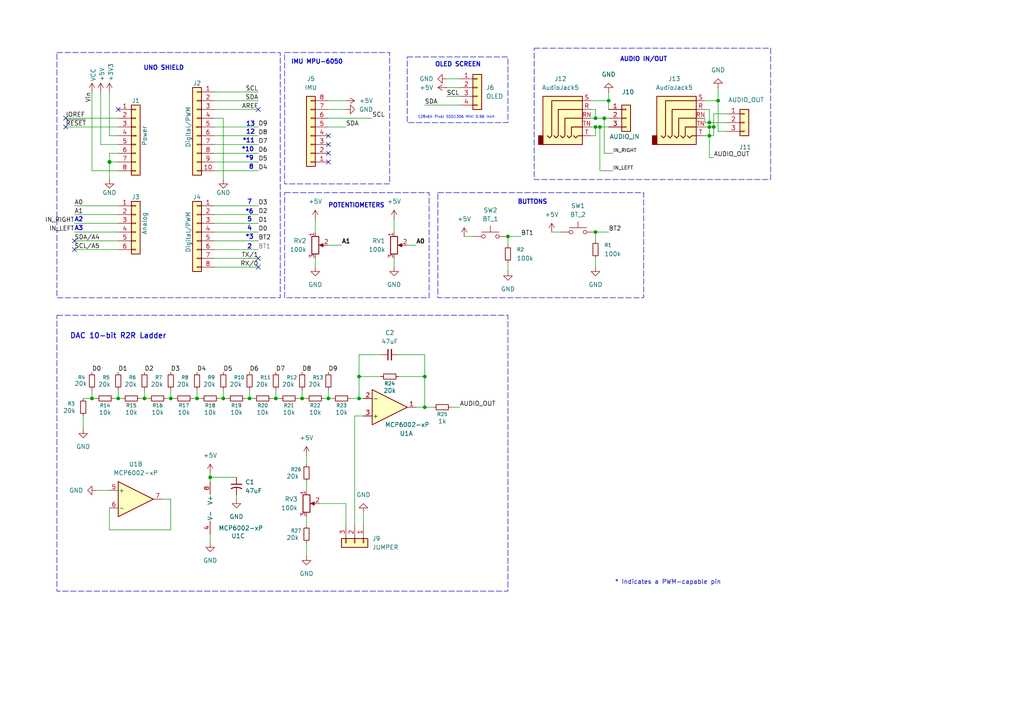
<source format=kicad_sch>
(kicad_sch (version 20250114) (generator "eeschema") (generator_version "9.0")
  (paper "A4")
  (title_block (title "Uno Shield DSP") (date "2026-01-28") (rev "Version 1.0") (company "DU"))
  (lib_symbols
    (symbol "Amplifier_Operational:MCP6002-xP" (pin_names (offset 0.127))
      (property "Reference" "U1" (at 0 10.16 0))
      (property "Value" "MCP6002-xP" (at 0 7.62 0))
      (symbol "MCP6002-xP_1_1"
        (pin input line (at -7.62 2.54 0) (length 2.54) (name "-") (number "2"))
        (pin input line (at -7.62 -2.54 0) (length 2.54) (name "+") (number "3"))
        (pin output line (at 7.62 0 180) (length 2.54) (name "~") (number "1"))
      )
      (symbol "MCP6002-xP_2_1"
        (pin input line (at -7.62 2.54 0) (length 2.54) (name "+") (number "5"))
        (pin input line (at -7.62 -2.54 0) (length 2.54) (name "-") (number "6"))
        (pin output line (at 7.62 0 180) (length 2.54) (name "~") (number "7"))
      )
      (symbol "MCP6002-xP_3_1"
        (pin power_in line (at -2.54 7.62 270) (length 3.81) (name "V+") (number "8"))
        (pin power_in line (at -2.54 -7.62 90) (length 3.81) (name "V-") (number "4"))
      )
    )
    (symbol "AudioJack5_1"
      (property "Reference" "J12" (at -3.81 11.43 0))
      (property "Value" "AudioJack5" (at -3.81 8.89 0))
      (symbol "AudioJack5_1_1_1"
        (pin passive line (at 5.08 5.08 180) (length 2.54) (name "~") (number "S"))
        (pin passive line (at 5.08 2.54 180) (length 2.54) (name "~") (number "R"))
        (pin passive line (at 5.08 0 180) (length 2.54) (name "~") (number "RN"))
        (pin passive line (at 5.08 -2.54 180) (length 2.54) (name "~") (number "TN"))
        (pin passive line (at 5.08 -5.08 180) (length 2.54) (name "~") (number "T"))
      )
    )
    (symbol "Connector_Audio:AudioJack5"
      (property "Reference" "J13" (at -3.81 11.43 0))
      (property "Value" "AudioJack5" (at -3.81 8.89 0))
      (symbol "AudioJack5_1_1"
        (pin passive line (at 5.08 5.08 180) (length 2.54) (name "~") (number "S"))
        (pin passive line (at 5.08 2.54 180) (length 2.54) (name "~") (number "R"))
        (pin passive line (at 5.08 0 180) (length 2.54) (name "~") (number "RN"))
        (pin passive line (at 5.08 -2.54 180) (length 2.54) (name "~") (number "TN"))
        (pin passive line (at 5.08 -5.08 180) (length 2.54) (name "~") (number "T"))
      )
    )
    (symbol "Connector_Generic:Conn_01x03" (pin_names (offset 1.016) (hide yes))
      (property "Reference" "J" (at 0 5.08 0))
      (property "Value" "Conn_01x03" (at 0 -5.08 0))
      (symbol "Conn_01x03_1_1"
        (pin passive line (at -5.08 2.54 0) (length 3.81) (name "Pin_1") (number "1"))
        (pin passive line (at -5.08 0 0) (length 3.81) (name "Pin_2") (number "2"))
        (pin passive line (at -5.08 -2.54 0) (length 3.81) (name "Pin_3") (number "3"))
      )
    )
    (symbol "Connector_Generic:Conn_01x04" (pin_names (offset 1.016) (hide yes))
      (property "Reference" "J" (at 0 5.08 0))
      (property "Value" "Conn_01x04" (at 0 -7.62 0))
      (symbol "Conn_01x04_1_1"
        (pin passive line (at -5.08 2.54 0) (length 3.81) (name "Pin_1") (number "1"))
        (pin passive line (at -5.08 0 0) (length 3.81) (name "Pin_2") (number "2"))
        (pin passive line (at -5.08 -2.54 0) (length 3.81) (name "Pin_3") (number "3"))
        (pin passive line (at -5.08 -5.08 0) (length 3.81) (name "Pin_4") (number "4"))
      )
    )
    (symbol "Connector_Generic:Conn_01x06" (pin_names (offset 1.016) (hide yes))
      (property "Reference" "J" (at 0 7.62 0))
      (property "Value" "Conn_01x06" (at 0 -10.16 0))
      (symbol "Conn_01x06_1_1"
        (pin passive line (at -5.08 5.08 0) (length 3.81) (name "Pin_1") (number "1"))
        (pin passive line (at -5.08 2.54 0) (length 3.81) (name "Pin_2") (number "2"))
        (pin passive line (at -5.08 0 0) (length 3.81) (name "Pin_3") (number "3"))
        (pin passive line (at -5.08 -2.54 0) (length 3.81) (name "Pin_4") (number "4"))
        (pin passive line (at -5.08 -5.08 0) (length 3.81) (name "Pin_5") (number "5"))
        (pin passive line (at -5.08 -7.62 0) (length 3.81) (name "Pin_6") (number "6"))
      )
    )
    (symbol "Connector_Generic:Conn_01x08" (pin_names (offset 1.016) (hide yes))
      (property "Reference" "J" (at 0 10.16 0))
      (property "Value" "Conn_01x08" (at 0 -12.7 0))
      (symbol "Conn_01x08_1_1"
        (pin passive line (at -5.08 7.62 0) (length 3.81) (name "Pin_1") (number "1"))
        (pin passive line (at -5.08 5.08 0) (length 3.81) (name "Pin_2") (number "2"))
        (pin passive line (at -5.08 2.54 0) (length 3.81) (name "Pin_3") (number "3"))
        (pin passive line (at -5.08 0 0) (length 3.81) (name "Pin_4") (number "4"))
        (pin passive line (at -5.08 -2.54 0) (length 3.81) (name "Pin_5") (number "5"))
        (pin passive line (at -5.08 -5.08 0) (length 3.81) (name "Pin_6") (number "6"))
        (pin passive line (at -5.08 -7.62 0) (length 3.81) (name "Pin_7") (number "7"))
        (pin passive line (at -5.08 -10.16 0) (length 3.81) (name "Pin_8") (number "8"))
      )
    )
    (symbol "Connector_Generic:Conn_01x10" (pin_names (offset 1.016) (hide yes))
      (property "Reference" "J" (at 0 12.7 0))
      (property "Value" "Conn_01x10" (at 0 -15.24 0))
      (symbol "Conn_01x10_1_1"
        (pin passive line (at -5.08 10.16 0) (length 3.81) (name "Pin_1") (number "1"))
        (pin passive line (at -5.08 7.62 0) (length 3.81) (name "Pin_2") (number "2"))
        (pin passive line (at -5.08 5.08 0) (length 3.81) (name "Pin_3") (number "3"))
        (pin passive line (at -5.08 2.54 0) (length 3.81) (name "Pin_4") (number "4"))
        (pin passive line (at -5.08 0 0) (length 3.81) (name "Pin_5") (number "5"))
        (pin passive line (at -5.08 -2.54 0) (length 3.81) (name "Pin_6") (number "6"))
        (pin passive line (at -5.08 -5.08 0) (length 3.81) (name "Pin_7") (number "7"))
        (pin passive line (at -5.08 -7.62 0) (length 3.81) (name "Pin_8") (number "8"))
        (pin passive line (at -5.08 -10.16 0) (length 3.81) (name "Pin_9") (number "9"))
        (pin passive line (at -5.08 -12.7 0) (length 3.81) (name "Pin_10") (number "10"))
      )
    )
    (symbol "Device:C_Small" (pin_numbers (hide yes)) (pin_names (offset 0.254) (hide yes))
      (property "Reference" "C" (at 0.254 1.778 0))
      (property "Value" "C_Small" (at 0.254 -2.032 0))
      (symbol "C_Small_1_1"
        (pin passive line (at 0 2.54 270) (length 2.032) (name "~") (number "1"))
        (pin passive line (at 0 -2.54 90) (length 2.032) (name "~") (number "2"))
      )
    )
    (symbol "Device:C_Small_US" (pin_numbers (hide yes)) (pin_names (offset 0.254) (hide yes))
      (property "Reference" "C" (at 0.254 1.778 0))
      (property "Value" "C_Small_US" (at 0.254 -2.032 0))
      (symbol "C_Small_US_1_1"
        (pin passive line (at 0 2.54 270) (length 2.032) (name "~") (number "1"))
        (pin passive line (at 0 -2.54 90) (length 2.032) (name "~") (number "2"))
      )
    )
    (symbol "Device:R_Potentiometer" (pin_names (offset 1.016) (hide yes))
      (property "Reference" "RV" (at -4.445 0 90))
      (property "Value" "R_Potentiometer" (at -2.54 0 90))
      (symbol "R_Potentiometer_1_1"
        (pin passive line (at 0 3.81 270) (length 1.27) (name "1") (number "1"))
        (pin passive line (at 0 -3.81 90) (length 1.27) (name "3") (number "3"))
        (pin passive line (at 3.81 0 180) (length 1.27) (name "2") (number "2"))
      )
    )
    (symbol "Device:R_Small" (pin_numbers (hide yes)) (pin_names (offset 0.254) (hide yes))
      (property "Reference" "R" (at 0 0 90))
      (property "Value" "R_Small" (at 1.778 0 90))
      (symbol "R_Small_1_1"
        (pin passive line (at 0 2.54 270) (length 0.762) (name "~") (number "1"))
        (pin passive line (at 0 -2.54 90) (length 0.762) (name "~") (number "2"))
      )
    )
    (symbol "MCP6002-xP_1" (pin_names (offset 0.127))
      (property "Reference" "U1" (at 0 10.16 0))
      (property "Value" "MCP6002-xP" (at 0 7.62 0))
      (symbol "MCP6002-xP_1_1_1"
        (pin input line (at -7.62 2.54 0) (length 2.54) (name "-") (number "2"))
        (pin input line (at -7.62 -2.54 0) (length 2.54) (name "+") (number "3"))
        (pin output line (at 7.62 0 180) (length 2.54) (name "~") (number "1"))
      )
      (symbol "MCP6002-xP_1_2_1"
        (pin input line (at -7.62 2.54 0) (length 2.54) (name "+") (number "5"))
        (pin input line (at -7.62 -2.54 0) (length 2.54) (name "-") (number "6"))
        (pin output line (at 7.62 0 180) (length 2.54) (name "~") (number "7"))
      )
      (symbol "MCP6002-xP_1_3_1"
        (pin power_in line (at -2.54 7.62 270) (length 3.81) (name "V+") (number "8"))
        (pin power_in line (at -2.54 -7.62 90) (length 3.81) (name "V-") (number "4"))
      )
    )
    (symbol "MCP6002-xP_2" (pin_names (offset 0.127))
      (property "Reference" "U1" (at 0 10.16 0))
      (property "Value" "MCP6002-xP" (at 0 7.62 0))
      (symbol "MCP6002-xP_2_1_1"
        (pin input line (at -7.62 2.54 0) (length 2.54) (name "-") (number "2"))
        (pin input line (at -7.62 -2.54 0) (length 2.54) (name "+") (number "3"))
        (pin output line (at 7.62 0 180) (length 2.54) (name "~") (number "1"))
      )
      (symbol "MCP6002-xP_2_2_1"
        (pin input line (at -7.62 2.54 0) (length 2.54) (name "+") (number "5"))
        (pin input line (at -7.62 -2.54 0) (length 2.54) (name "-") (number "6"))
        (pin output line (at 7.62 0 180) (length 2.54) (name "~") (number "7"))
      )
      (symbol "MCP6002-xP_2_3_1"
        (pin power_in line (at -2.54 7.62 270) (length 3.81) (name "V+") (number "8"))
        (pin power_in line (at -2.54 -7.62 90) (length 3.81) (name "V-") (number "4"))
      )
    )
    (symbol "Switch:SW_Push" (pin_numbers (hide yes)) (pin_names (offset 1.016) (hide yes))
      (property "Reference" "SW" (at 1.27 2.54 0))
      (property "Value" "SW_Push" (at 0 -1.524 0))
      (symbol "SW_Push_0_1"
        (pin passive line (at -5.08 0 0) (length 2.54) (name "1") (number "1"))
        (pin passive line (at 5.08 0 180) (length 2.54) (name "2") (number "2"))
      )
    )
    (symbol "power:+3V3" (power) (pin_numbers (hide yes)) (pin_names (offset 0) (hide yes))
      (property "Value" "+3V3" (at 0 3.556 0))
      (symbol "+3V3_1_1"
        (pin power_in line (at 0 0 90) (length 0) (name "~") (number "1"))
      )
    )
    (symbol "power:+5V" (power) (pin_numbers (hide yes)) (pin_names (offset 0) (hide yes))
      (property "Value" "+5V" (at 0 3.556 0))
      (symbol "+5V_1_1"
        (pin power_in line (at 0 0 90) (length 0) (name "~") (number "1"))
      )
    )
    (symbol "power:GND" (power) (pin_numbers (hide yes)) (pin_names (offset 0) (hide yes))
      (property "Value" "GND" (at 0 -3.81 0))
      (symbol "GND_1_1"
        (pin power_in line (at 0 0 270) (length 0) (name "~") (number "1"))
      )
    )
    (symbol "power:VCC" (power) (pin_numbers (hide yes)) (pin_names (offset 0) (hide yes))
      (property "Value" "VCC" (at 0 3.556 0))
      (symbol "VCC_1_1"
        (pin power_in line (at 0 0 90) (length 0) (name "~") (number "1"))
      )
    )
  )
  (rectangle (start 16.51 15.24) (end 81.28 86.36) (stroke (width 0) (type dash)))
  (rectangle (start 16.51 91.44) (end 147.32 171.45) (stroke (width 0) (type dash)))
  (rectangle (start 82.55 15.24) (end 113.03 53.34) (stroke (width 0) (type dash)))
  (rectangle (start 118.11 16.51) (end 147.32 35.56) (stroke (width 0) (type dash)))
  (rectangle (start 154.94 13.97) (end 223.52 52.07) (stroke (width 0) (type dash)))
  (rectangle (start 41.91 15.24) (end 41.91 15.24))
  (rectangle (start 82.55 55.88) (end 124.46 86.36) (stroke (width 0) (type dash)))
  (rectangle (start 48.26 15.24) (end 48.26 15.24))
  (rectangle (start 127 55.88) (end 186.69 86.36) (stroke (width 0) (type dash)))
  (text "5" (at 72.39 63.754 0) (effects (font (size 1.27 1.27) (thickness 0.254) (bold yes))))
  (text "AUDIO IN/OUT" (at 186.69 17.272 0) (effects (font (size 1.27 1.27) (thickness 0.254) (bold yes))))
  (text "12" (at 72.644 38.354 0) (effects (font (size 1.27 1.27) (thickness 0.254) (bold yes))))
  (text "DAC 10-bit R2R Ladder" (at 34.29 97.536 0) (effects (font (size 1.524 1.524) (thickness 0.254) (bold yes))))
  (text "IMU MPU-6050" (at 91.948 18.034 0) (effects (font (size 1.27 1.27) (thickness 0.254) (bold yes))))
  (text "*11" (at 72.136 40.894 0) (effects (font (size 1.27 1.27) (thickness 0.254) (bold yes))))
  (text "A3" (at 22.86 66.294 0) (effects (font (size 1.27 1.27) (thickness 0.254) (bold yes))))
  (text "*10" (at 71.882 43.434 0) (effects (font (size 1.27 1.27) (thickness 0.254) (bold yes))))
  (text "POTENTIOMETERS" (at 103.378 59.69 0) (effects (font (size 1.27 1.27) (thickness 0.254) (bold yes))))
  (text "*6" (at 72.347 61.468 0) (effects (font (size 1.27 1.27) (thickness 0.254) (bold yes))))
  (text "128x64 Pixel SSD1306 Mini 0.96 Inch" (at 132.334 34.036 0) (effects (font (size 0.762 0.762) (thickness 0.0953))))
  (text "13" (at 72.644 36.068 0) (effects (font (size 1.27 1.27) (thickness 0.254) (bold yes))))
  (text "*9" (at 72.39 45.974 0) (effects (font (size 1.27 1.27) (thickness 0.254) (bold yes))))
  (text "A2" (at 22.86 63.754 0) (effects (font (size 1.27 1.27) (thickness 0.254) (bold yes))))
  (text "2" (at 72.39 71.628 0) (effects (font (size 1.27 1.27) (thickness 0.254) (bold yes))))
  (text "4" (at 72.39 66.294 0) (effects (font (size 1.27 1.27) (thickness 0.254) (bold yes))))
  (text "* Indicates a PWM-capable pin" (at 178.308 169.672 0) (effects (font (size 1.27 1.27)) (justify left bottom)))
  (text "7" (at 72.39 58.674 0) (effects (font (size 1.27 1.27) (thickness 0.254) (bold yes))))
  (text "OLED SCREEN" (at 132.842 18.796 0) (effects (font (size 1.27 1.27) (thickness 0.254) (bold yes))))
  (text "BUTTONS" (at 154.432 58.674 0) (effects (font (size 1.27 1.27) (thickness 0.254) (bold yes))))
  (text "UNO SHIELD" (at 47.498 19.812 0) (effects (font (size 1.27 1.27) (thickness 0.254) (bold yes))))
  (text "*3" (at 72.39 68.834 0) (effects (font (size 1.27 1.27) (thickness 0.254) (bold yes))))
  (text "8" (at 72.898 48.514 0) (effects (font (size 1.27 1.27) (thickness 0.254) (bold yes))))
  (junction (at 147.32 68.58))
  (junction (at 34.29 115.57))
  (junction (at 123.19 118.11))
  (junction (at 57.15 115.57))
  (junction (at 60.96 138.43))
  (junction (at 172.72 36.83))
  (junction (at 31.75 46.99) (diameter 1.016))
  (junction (at 72.39 115.57))
  (junction (at 176.53 29.21))
  (junction (at 205.74 39.37))
  (junction (at 207.01 36.83))
  (junction (at 104.14 109.22))
  (junction (at 64.77 115.57))
  (junction (at 41.91 115.57))
  (junction (at 87.63 115.57))
  (junction (at 205.74 35.56))
  (junction (at 49.53 115.57))
  (junction (at 205.74 36.83))
  (junction (at 172.72 34.29))
  (junction (at 173.99 36.83))
  (junction (at 104.14 115.57))
  (junction (at 208.28 29.21))
  (junction (at 80.01 115.57))
  (junction (at 175.26 34.29))
  (junction (at 123.19 109.22))
  (junction (at 26.67 115.57))
  (junction (at 95.25 115.57))
  (junction (at 172.72 67.31))
  (no_connect (at 95.25 44.45))
  (no_connect (at 95.25 41.91))
  (no_connect (at 74.93 31.75))
  (no_connect (at 21.59 72.39))
  (no_connect (at 19.05 36.83))
  (no_connect (at 95.25 46.99))
  (no_connect (at 74.93 77.47))
  (no_connect (at 19.05 34.29))
  (no_connect (at 21.59 69.85))
  (no_connect (at 74.93 74.93))
  (no_connect (at 34.29 31.75))
  (no_connect (at 95.25 39.37))
  (wire (pts (xy 62.23 77.47) (xy 74.93 77.47)))
  (wire (pts (xy 171.45 34.29) (xy 172.72 34.29)))
  (wire (pts (xy 129.54 22.86) (xy 133.35 22.86)))
  (wire (pts (xy 129.54 27.94) (xy 133.35 27.94)))
  (wire (pts (xy 57.15 115.57) (xy 58.42 115.57)))
  (wire (pts (xy 205.74 35.56) (xy 204.47 35.56)))
  (wire (pts (xy 62.23 44.45) (xy 74.93 44.45)))
  (wire (pts (xy 104.14 115.57) (xy 105.41 115.57)))
  (wire (pts (xy 62.23 26.67) (xy 74.93 26.67)))
  (wire (pts (xy 91.44 74.93) (xy 91.44 77.47)))
  (wire (pts (xy 204.47 31.75) (xy 205.74 31.75)))
  (wire (pts (xy 88.9 157.48) (xy 88.9 161.29)))
  (wire (pts (xy 31.75 44.45) (xy 31.75 46.99)))
  (wire (pts (xy 172.72 74.93) (xy 172.72 77.47)))
  (wire (pts (xy 101.6 115.57) (xy 104.14 115.57)))
  (wire (pts (xy 205.74 36.83) (xy 207.01 36.83)))
  (wire (pts (xy 123.19 118.11) (xy 125.73 118.11)))
  (wire (pts (xy 205.74 39.37) (xy 204.47 39.37)))
  (wire (pts (xy 21.59 72.39) (xy 34.29 72.39)))
  (wire (pts (xy 123.19 109.22) (xy 123.19 118.11)))
  (wire (pts (xy 92.71 146.05) (xy 100.33 146.05)))
  (wire (pts (xy 41.91 113.03) (xy 41.91 115.57)))
  (wire (pts (xy 104.14 109.22) (xy 104.14 102.87)))
  (wire (pts (xy 49.53 113.03) (xy 49.53 115.57)))
  (wire (pts (xy 91.44 63.5) (xy 91.44 67.31)))
  (wire (pts (xy 41.91 115.57) (xy 43.18 115.57)))
  (wire (pts (xy 31.75 46.99) (xy 31.75 52.07)))
  (wire (pts (xy 95.25 34.29) (xy 107.95 34.29)))
  (wire (pts (xy 87.63 113.03) (xy 87.63 115.57)))
  (wire (pts (xy 64.77 115.57) (xy 66.04 115.57)))
  (wire (pts (xy 208.28 29.21) (xy 204.47 29.21)))
  (wire (pts (xy 31.75 39.37) (xy 34.29 39.37)))
  (wire (pts (xy 171.45 39.37) (xy 172.72 39.37)))
  (wire (pts (xy 29.21 41.91) (xy 34.29 41.91)))
  (wire (pts (xy 29.21 26.67) (xy 29.21 41.91)))
  (wire (pts (xy 210.82 33.02) (xy 207.01 33.02)))
  (wire (pts (xy 49.53 144.78) (xy 46.99 144.78)))
  (wire (pts (xy 147.32 68.58) (xy 151.13 68.58)))
  (wire (pts (xy 40.64 115.57) (xy 41.91 115.57)))
  (wire (pts (xy 160.02 67.31) (xy 162.56 67.31)))
  (wire (pts (xy 93.98 115.57) (xy 95.25 115.57)))
  (wire (pts (xy 62.23 36.83) (xy 74.93 36.83)))
  (wire (pts (xy 31.75 26.67) (xy 31.75 39.37)))
  (wire (pts (xy 62.23 59.69) (xy 74.93 59.69)))
  (wire (pts (xy 208.28 25.4) (xy 208.28 29.21)))
  (wire (pts (xy 72.39 113.03) (xy 72.39 115.57)))
  (wire (pts (xy 68.58 143.51) (xy 68.58 144.78)))
  (wire (pts (xy 49.53 153.67) (xy 49.53 144.78)))
  (wire (pts (xy 102.87 120.65) (xy 102.87 152.4)))
  (wire (pts (xy 34.29 59.69) (xy 21.59 59.69)))
  (wire (pts (xy 62.23 39.37) (xy 74.93 39.37)))
  (wire (pts (xy 205.74 39.37) (xy 205.74 45.72)))
  (wire (pts (xy 175.26 34.29) (xy 176.53 34.29)))
  (wire (pts (xy 123.19 102.87) (xy 123.19 109.22)))
  (wire (pts (xy 71.12 115.57) (xy 72.39 115.57)))
  (wire (pts (xy 210.82 38.1) (xy 208.28 38.1)))
  (wire (pts (xy 207.01 36.83) (xy 207.01 39.37)))
  (wire (pts (xy 175.26 34.29) (xy 175.26 44.45)))
  (wire (pts (xy 62.23 62.23) (xy 74.93 62.23)))
  (wire (pts (xy 80.01 113.03) (xy 80.01 115.57)))
  (wire (pts (xy 80.01 115.57) (xy 81.28 115.57)))
  (wire (pts (xy 26.67 115.57) (xy 27.94 115.57)))
  (wire (pts (xy 33.02 115.57) (xy 34.29 115.57)))
  (wire (pts (xy 115.57 109.22) (xy 123.19 109.22)))
  (wire (pts (xy 24.13 115.57) (xy 26.67 115.57)))
  (wire (pts (xy 95.25 113.03) (xy 95.25 115.57)))
  (wire (pts (xy 118.11 71.12) (xy 120.65 71.12)))
  (wire (pts (xy 171.45 36.83) (xy 172.72 36.83)))
  (wire (pts (xy 123.19 30.48) (xy 133.35 30.48)))
  (wire (pts (xy 62.23 46.99) (xy 74.93 46.99)))
  (wire (pts (xy 60.96 137.16) (xy 60.96 138.43)))
  (wire (pts (xy 95.25 71.12) (xy 99.06 71.12)))
  (wire (pts (xy 173.99 49.53) (xy 177.8 49.53)))
  (wire (pts (xy 34.29 113.03) (xy 34.29 115.57)))
  (wire (pts (xy 49.53 115.57) (xy 50.8 115.57)))
  (wire (pts (xy 62.23 67.31) (xy 74.93 67.31)))
  (wire (pts (xy 88.9 132.08) (xy 88.9 134.62)))
  (wire (pts (xy 19.05 34.29) (xy 34.29 34.29)))
  (wire (pts (xy 78.74 115.57) (xy 80.01 115.57)))
  (wire (pts (xy 172.72 67.31) (xy 172.72 69.85)))
  (wire (pts (xy 87.63 115.57) (xy 88.9 115.57)))
  (wire (pts (xy 48.26 115.57) (xy 49.53 115.57)))
  (wire (pts (xy 130.81 118.11) (xy 133.35 118.11)))
  (wire (pts (xy 147.32 76.2) (xy 147.32 78.74)))
  (wire (pts (xy 204.47 36.83) (xy 205.74 36.83)))
  (wire (pts (xy 57.15 113.03) (xy 57.15 115.57)))
  (wire (pts (xy 64.77 34.29) (xy 64.77 52.07)))
  (wire (pts (xy 63.5 115.57) (xy 64.77 115.57)))
  (wire (pts (xy 176.53 26.67) (xy 176.53 29.21)))
  (wire (pts (xy 62.23 31.75) (xy 74.93 31.75)))
  (wire (pts (xy 176.53 31.75) (xy 176.53 29.21)))
  (wire (pts (xy 64.77 113.03) (xy 64.77 115.57)))
  (wire (pts (xy 34.29 64.77) (xy 21.59 64.77)))
  (wire (pts (xy 19.05 36.83) (xy 34.29 36.83)))
  (wire (pts (xy 34.29 46.99) (xy 31.75 46.99)))
  (wire (pts (xy 60.96 138.43) (xy 68.58 138.43)))
  (wire (pts (xy 86.36 115.57) (xy 87.63 115.57)))
  (wire (pts (xy 95.25 36.83) (xy 100.33 36.83)))
  (wire (pts (xy 207.01 39.37) (xy 205.74 39.37)))
  (wire (pts (xy 95.25 31.75) (xy 100.33 31.75)))
  (wire (pts (xy 175.26 44.45) (xy 177.8 44.45)))
  (wire (pts (xy 173.99 36.83) (xy 173.99 49.53)))
  (wire (pts (xy 123.19 118.11) (xy 120.65 118.11)))
  (wire (pts (xy 172.72 34.29) (xy 175.26 34.29)))
  (wire (pts (xy 95.25 115.57) (xy 96.52 115.57)))
  (wire (pts (xy 172.72 31.75) (xy 172.72 34.29)))
  (wire (pts (xy 34.29 49.53) (xy 26.67 49.53)))
  (wire (pts (xy 55.88 115.57) (xy 57.15 115.57)))
  (wire (pts (xy 21.59 62.23) (xy 34.29 62.23)))
  (wire (pts (xy 72.39 115.57) (xy 73.66 115.57)))
  (wire (pts (xy 114.3 63.5) (xy 114.3 67.31)))
  (wire (pts (xy 100.33 146.05) (xy 100.33 152.4)))
  (wire (pts (xy 205.74 45.72) (xy 207.01 45.72)))
  (wire (pts (xy 60.96 138.43) (xy 60.96 139.7)))
  (wire (pts (xy 104.14 102.87) (xy 110.49 102.87)))
  (wire (pts (xy 26.67 113.03) (xy 26.67 115.57)))
  (wire (pts (xy 31.75 147.32) (xy 31.75 153.67)))
  (wire (pts (xy 62.23 34.29) (xy 64.77 34.29)))
  (wire (pts (xy 208.28 38.1) (xy 208.28 29.21)))
  (wire (pts (xy 34.29 44.45) (xy 31.75 44.45)))
  (wire (pts (xy 104.14 109.22) (xy 110.49 109.22)))
  (wire (pts (xy 62.23 41.91) (xy 74.93 41.91)))
  (wire (pts (xy 205.74 31.75) (xy 205.74 35.56)))
  (wire (pts (xy 102.87 120.65) (xy 105.41 120.65)))
  (wire (pts (xy 114.3 74.93) (xy 114.3 77.47)))
  (wire (pts (xy 62.23 64.77) (xy 74.93 64.77)))
  (wire (pts (xy 147.32 68.58) (xy 147.32 71.12)))
  (wire (pts (xy 210.82 35.56) (xy 205.74 35.56)))
  (wire (pts (xy 24.13 120.65) (xy 24.13 124.46)))
  (wire (pts (xy 21.59 67.31) (xy 34.29 67.31)))
  (wire (pts (xy 104.14 115.57) (xy 104.14 109.22)))
  (wire (pts (xy 129.54 25.4) (xy 133.35 25.4)))
  (wire (pts (xy 88.9 139.7) (xy 88.9 142.24)))
  (wire (pts (xy 27.94 142.24) (xy 31.75 142.24)))
  (wire (pts (xy 207.01 33.02) (xy 207.01 36.83)))
  (wire (pts (xy 172.72 39.37) (xy 172.72 36.83)))
  (wire (pts (xy 60.96 154.94) (xy 60.96 157.48)))
  (wire (pts (xy 34.29 115.57) (xy 35.56 115.57)))
  (wire (pts (xy 176.53 29.21) (xy 171.45 29.21)))
  (wire (pts (xy 172.72 67.31) (xy 176.53 67.31)))
  (wire (pts (xy 95.25 29.21) (xy 100.33 29.21)))
  (wire (pts (xy 62.23 29.21) (xy 74.93 29.21)))
  (wire (pts (xy 62.23 72.39) (xy 74.93 72.39)))
  (wire (pts (xy 171.45 31.75) (xy 172.72 31.75)))
  (wire (pts (xy 134.62 68.58) (xy 137.16 68.58)))
  (wire (pts (xy 105.41 148.59) (xy 105.41 152.4)))
  (wire (pts (xy 31.75 153.67) (xy 49.53 153.67)))
  (wire (pts (xy 62.23 69.85) (xy 74.93 69.85)))
  (wire (pts (xy 205.74 36.83) (xy 205.74 39.37)))
  (wire (pts (xy 115.57 102.87) (xy 123.19 102.87)))
  (wire (pts (xy 172.72 36.83) (xy 173.99 36.83)))
  (wire (pts (xy 204.47 35.56) (xy 204.47 34.29)))
  (wire (pts (xy 173.99 36.83) (xy 176.53 36.83)))
  (wire (pts (xy 62.23 74.93) (xy 74.93 74.93)))
  (wire (pts (xy 26.67 49.53) (xy 26.67 26.67)))
  (wire (pts (xy 88.9 149.86) (xy 88.9 152.4)))
  (wire (pts (xy 34.29 69.85) (xy 21.59 69.85)))
  (wire (pts (xy 62.23 49.53) (xy 74.93 49.53)))
  (label "RX{slash}0" (at 74.93 77.47 180))
  (label "SDA" (at 123.19 30.48 0) (effects (font (thickness 0.1588))))
  (label "D6" (at 72.39 107.95 0) (effects (font (thickness 0.1588))))
  (label "D3" (at 74.93 59.69 0) (effects (font (thickness 0.1588))))
  (label "SDA" (at 100.33 36.83 0))
  (label "D4" (at 57.15 107.95 0) (effects (font (thickness 0.1588))))
  (label "D5" (at 74.93 46.99 0) (effects (font (thickness 0.1588))))
  (label "IN_LEFT" (at 177.8 49.53 0) (effects (font (size 1.016 1.016))))
  (label "IN_RIGHT" (at 21.59 64.77 180) (effects (font (thickness 0.1588))))
  (label "AUDIO_OUT" (at 133.35 118.11 0))
  (label "D1" (at 74.93 64.77 0) (effects (font (thickness 0.1588))))
  (label "D1" (at 34.29 107.95 0) (effects (font (thickness 0.1588))))
  (label "D5" (at 64.77 107.95 0) (effects (font (thickness 0.1588))))
  (label "IN_RIGHT" (at 177.8 44.45 0) (effects (font (size 1.016 1.016))))
  (label "~{RESET}" (at 19.05 36.83 0))
  (label "D0" (at 26.67 107.95 0) (effects (font (thickness 0.1588))))
  (label "BT2" (at 176.53 67.31 0))
  (label "BT1" (at 74.93 72.39 0) (effects (font (thickness 0.0794))))
  (label "D8" (at 87.63 107.95 0) (effects (font (thickness 0.1588))))
  (label "IN_LEFT" (at 21.59 67.31 180) (effects (font (thickness 0.1588))))
  (label "SDA" (at 74.93 29.21 180))
  (label "D2" (at 41.91 107.95 0) (effects (font (thickness 0.1588))))
  (label "D0" (at 74.93 67.31 0) (effects (font (thickness 0.1588))))
  (label "D9" (at 95.25 107.95 0) (effects (font (thickness 0.1588))))
  (label "D8" (at 74.93 39.37 0) (effects (font (thickness 0.1588))))
  (label "BT2" (at 74.93 69.85 0) (effects (font (thickness 0.1588))))
  (label "SCL" (at 129.54 27.94 0) (effects (font (thickness 0.1588))))
  (label "A1" (at 21.59 62.23 0))
  (label "TX{slash}1" (at 74.93 74.93 180))
  (label "A0" (at 120.65 71.12 0) (effects (font (thickness 0.254) (bold yes))))
  (label "A0" (at 21.59 59.69 0))
  (label "SCL" (at 107.95 34.29 0))
  (label "AREF" (at 74.93 31.75 180))
  (label "AUDIO_OUT" (at 207.01 45.72 0))
  (label "D6" (at 74.93 44.45 0) (effects (font (thickness 0.1588))))
  (label "D2" (at 74.93 62.23 0) (effects (font (thickness 0.1588))))
  (label "Vin" (at 26.67 26.67 270))
  (label "D9" (at 74.93 36.83 0) (effects (font (thickness 0.1588))))
  (label "SCL" (at 74.93 26.67 180))
  (label "D7" (at 80.01 107.95 0) (effects (font (thickness 0.1588))))
  (label "BT1" (at 151.13 68.58 0))
  (label "A1" (at 99.06 71.12 0) (effects (font (thickness 0.254) (bold yes))))
  (label "D4" (at 74.93 49.53 0) (effects (font (thickness 0.1588))))
  (label "IOREF" (at 19.05 34.29 0))
  (label "D7" (at 74.93 41.91 0) (effects (font (thickness 0.1588))))
  (label "SDA{slash}A4" (at 21.59 69.85 0))
  (label "SCL{slash}A5" (at 21.59 72.39 0))
  (label "D3" (at 49.53 107.95 0) (effects (font (thickness 0.1588))))
  (symbol (lib_id "Connector_Generic:Conn_01x08") (at 39.37 39.37 0) (unit 1)
    (property "Reference" "J1" (at 39.37 29.21 0))
    (property "Value" "Power" (at 41.91 39.37 90))
    (property "Footprint" "Connector_PinSocket_2.54mm:PinSocket_1x08_P2.54mm_Vertical" (effects (hide yes)))
    (property "Datasheet" "~" (at 39.37 39.37 0))
    (property "Description" "Generic connector, single row, 01x08, script generated (kicad-library-utils/schlib/autogen/connector/)" (effects (hide yes)))
  )
  (symbol (lib_id "power:+3V3") (at 31.75 26.67 0) (unit 1)
    (property "Reference" "#PWR03" (effects (hide yes)))
    (property "Value" "+3V3" (at 32.131 23.622 90) (effects (justify left)))
    (property "Description" "Power symbol creates a global label with name \"+3V3\"" (effects (hide yes)))
  )
  (symbol (lib_id "power:+5V") (at 29.21 26.67 0) (unit 1)
    (property "Reference" "#PWR02" (effects (hide yes)))
    (property "Value" "+5V" (at 29.5656 23.622 90) (effects (justify left)))
    (property "Description" "Power symbol creates a global label with name \"+5V\"" (effects (hide yes)))
  )
  (symbol (lib_id "power:GND") (at 31.75 52.07 0) (unit 1)
    (property "Reference" "#PWR04" (effects (hide yes)))
    (property "Value" "GND" (at 31.75 55.88 0))
    (property "Description" "Power symbol creates a global label with name \"GND\" , ground" (effects (hide yes)))
  )
  (symbol (lib_id "Connector_Generic:Conn_01x10") (at 57.15 36.83 0) (mirror y) (unit 1)
    (property "Reference" "J2" (at 57.15 24.13 0))
    (property "Value" "Digital/PWM" (at 54.61 36.83 90))
    (property "Footprint" "Connector_PinSocket_2.54mm:PinSocket_1x10_P2.54mm_Vertical" (effects (hide yes)))
    (property "Datasheet" "~" (at 57.15 36.83 0))
    (property "Description" "Generic connector, single row, 01x10, script generated (kicad-library-utils/schlib/autogen/connector/)" (effects (hide yes)))
  )
  (symbol (lib_id "power:GND") (at 64.77 52.07 0) (unit 1)
    (property "Reference" "#PWR05" (effects (hide yes)))
    (property "Value" "GND" (at 64.77 55.88 0))
    (property "Description" "Power symbol creates a global label with name \"GND\" , ground" (effects (hide yes)))
  )
  (symbol (lib_id "Connector_Generic:Conn_01x06") (at 39.37 64.77 0) (unit 1)
    (property "Reference" "J3" (at 39.37 57.15 0))
    (property "Value" "Analog" (at 41.91 64.77 90))
    (property "Footprint" "Connector_PinSocket_2.54mm:PinSocket_1x06_P2.54mm_Vertical" (effects (hide yes)))
    (property "Description" "Generic connector, single row, 01x06, script generated (kicad-library-utils/schlib/autogen/connector/)" (effects (hide yes)))
  )
  (symbol (lib_id "Connector_Generic:Conn_01x08") (at 57.15 67.31 0) (mirror y) (unit 1)
    (property "Reference" "J4" (at 57.15 57.15 0))
    (property "Value" "Digital/PWM" (at 54.61 67.31 90))
    (property "Footprint" "Connector_PinSocket_2.54mm:PinSocket_1x08_P2.54mm_Vertical" (effects (hide yes)))
    (property "Datasheet" "~" (at 57.15 67.31 0))
    (property "Description" "Generic connector, single row, 01x08, script generated (kicad-library-utils/schlib/autogen/connector/)" (effects (hide yes)))
  )
  (symbol (lib_id "power:+5V") (at 91.44 63.5 0) (unit 1)
    (property "Reference" "#PWR010" (effects (hide yes)))
    (property "Value" "+5V" (at 91.44 58.42 0))
    (property "Description" "Power symbol creates a global label with name \"+5V\"" (effects (hide yes)))
  )
  (symbol (lib_id "power:+5V") (at 88.9 132.08 0) (unit 1)
    (property "Reference" "#PWR025" (effects (hide yes)))
    (property "Value" "+5V" (at 88.9 127 0))
    (property "Description" "Power symbol creates a global label with name \"+5V\"" (effects (hide yes)))
  )
  (symbol (lib_id "Device:R_Small") (at 41.91 110.49 0) (unit 1)
    (property "Reference" "R6" (at 37.338 109.474 0) (effects (font (size 1.016 1.016)) (justify left)))
    (property "Value" "20k" (at 36.068 111.506 0) (effects (justify left)))
    (property "Footprint" "Resistor_THT:R_Axial_DIN0309_L9.0mm_D3.2mm_P2.54mm_Vertical" (effects (hide yes)))
    (property "Description" "Resistor, small symbol" (effects (hide yes)))
  )
  (symbol (lib_id "Device:R_Small") (at 88.9 154.94 0) (unit 1)
    (property "Reference" "R27" (at 84.328 153.924 0) (effects (font (size 1.016 1.016)) (justify left)))
    (property "Value" "20k" (at 83.058 155.956 0) (effects (justify left)))
    (property "Footprint" "Resistor_THT:R_Axial_DIN0309_L9.0mm_D3.2mm_P2.54mm_Vertical" (effects (hide yes)))
    (property "Description" "Resistor, small symbol" (effects (hide yes)))
  )
  (symbol (lib_id "Switch:SW_Push") (at 167.64 67.31 0) (unit 1)
    (property "Reference" "SW1" (at 167.64 59.69 0))
    (property "Value" "BT_2" (at 167.64 62.23 0))
    (property "Footprint" "Button_Switch_THT:SW_PUSH_6mm" (effects (hide yes)))
    (property "Description" "Push button switch, generic, two pins" (effects (hide yes)))
  )
  (symbol (lib_id "power:GND") (at 176.53 26.67 180) (unit 1)
    (property "Reference" "#PWR028" (effects (hide yes)))
    (property "Value" "GND" (at 176.53 21.59 0))
    (property "Description" "Power symbol creates a global label with name \"GND\" , ground" (effects (hide yes)))
  )
  (symbol (lib_id "Device:R_Small") (at 34.29 110.49 0) (unit 1)
    (property "Reference" "R5" (at 29.718 109.474 0) (effects (font (size 1.016 1.016)) (justify left)))
    (property "Value" "20k" (at 28.448 111.506 0) (effects (justify left)))
    (property "Footprint" "Resistor_THT:R_Axial_DIN0309_L9.0mm_D3.2mm_P2.54mm_Vertical" (effects (hide yes)))
    (property "Description" "Resistor, small symbol" (effects (hide yes)))
  )
  (symbol (lib_id "power:+5V") (at 129.54 25.4 90) (unit 1)
    (property "Reference" "#PWR012" (effects (hide yes)))
    (property "Value" "+5V" (at 125.73 25.4 90) (effects (justify left)))
    (property "Description" "Power symbol creates a global label with name \"+5V\"" (effects (hide yes)))
  )
  (symbol (lib_id "Device:R_Small") (at 64.77 110.49 0) (unit 1)
    (property "Reference" "R9" (at 60.198 109.474 0) (effects (font (size 1.016 1.016)) (justify left)))
    (property "Value" "20k" (at 58.928 111.506 0) (effects (justify left)))
    (property "Footprint" "Resistor_THT:R_Axial_DIN0309_L9.0mm_D3.2mm_P2.54mm_Vertical" (effects (hide yes)))
    (property "Description" "Resistor, small symbol" (effects (hide yes)))
  )
  (symbol (lib_id "power:+5V") (at 114.3 63.5 0) (unit 1)
    (property "Reference" "#PWR06" (effects (hide yes)))
    (property "Value" "+5V" (at 114.3 58.42 0))
    (property "Description" "Power symbol creates a global label with name \"+5V\"" (effects (hide yes)))
  )
  (symbol (lib_id "Device:R_Small") (at 87.63 110.49 0) (unit 1)
    (property "Reference" "R12" (at 83.058 109.474 0) (effects (font (size 1.016 1.016)) (justify left)))
    (property "Value" "20k" (at 81.788 111.506 0) (effects (justify left)))
    (property "Footprint" "Resistor_THT:R_Axial_DIN0309_L9.0mm_D3.2mm_P2.54mm_Vertical" (effects (hide yes)))
    (property "Description" "Resistor, small symbol" (effects (hide yes)))
  )
  (symbol (lib_id "power:GND") (at 129.54 22.86 270) (unit 1)
    (property "Reference" "#PWR013" (effects (hide yes)))
    (property "Value" "GND" (at 125.73 22.8599 90) (effects (justify right)))
    (property "Description" "Power symbol creates a global label with name \"GND\" , ground" (effects (hide yes)))
  )
  (symbol (lib_id "power:GND") (at 88.9 161.29 0) (unit 1)
    (property "Reference" "#PWR026" (effects (hide yes)))
    (property "Value" "GND" (at 88.9 166.37 0))
    (property "Description" "Power symbol creates a global label with name \"GND\" , ground" (effects (hide yes)))
  )
  (symbol (lib_id "power:+5V") (at 100.33 29.21 270) (unit 1)
    (property "Reference" "#PWR08" (effects (hide yes)))
    (property "Value" "+5V" (at 104.14 29.2099 90) (effects (justify left)))
    (property "Description" "Power symbol creates a global label with name \"+5V\"" (effects (hide yes)))
  )
  (symbol (lib_id "Device:R_Small") (at 38.1 115.57 270) (unit 1)
    (property "Reference" "R15" (at 38.1 117.602 90) (effects (font (size 1.016 1.016))))
    (property "Value" "10k" (at 38.1 119.634 90))
    (property "Footprint" "Resistor_THT:R_Axial_DIN0309_L9.0mm_D3.2mm_P2.54mm_Vertical" (effects (hide yes)))
    (property "Description" "Resistor, small symbol" (effects (hide yes)))
  )
  (symbol (lib_name "MCP6002-xP_1") (lib_id "Amplifier_Operational:MCP6002-xP") (at 113.03 118.11 0) (unit 1)
    (property "Reference" "U1" (at 117.856 125.73 0))
    (property "Value" "MCP6002-xP" (at 118.11 123.19 0))
    (property "Footprint" "Package_DIP:DIP-8_W7.62mm_Socket_LongPads" (effects (hide yes)))
    (property "Datasheet" "http://ww1.microchip.com/downloads/en/DeviceDoc/21733j.pdf" (effects (hide yes)))
    (property "Description" "1MHz, Low-Power Op Amp, DIP-8" (effects (hide yes)))
  )
  (symbol (lib_id "power:GND") (at 24.13 124.46 0) (unit 1)
    (property "Reference" "#PWR024" (effects (hide yes)))
    (property "Value" "GND" (at 24.13 129.54 0))
    (property "Description" "Power symbol creates a global label with name \"GND\" , ground" (effects (hide yes)))
  )
  (symbol (lib_id "power:+5V") (at 134.62 68.58 0) (unit 1)
    (property "Reference" "#PWR016" (effects (hide yes)))
    (property "Value" "+5V" (at 134.62 63.5 0))
    (property "Description" "Power symbol creates a global label with name \"+5V\"" (effects (hide yes)))
  )
  (symbol (lib_id "Device:C_Small") (at 113.03 102.87 90) (unit 1)
    (property "Reference" "C2" (at 113.0363 96.52 90))
    (property "Value" "47uF" (at 113.0363 99.06 90))
    (property "Footprint" "Capacitor_THT:C_Disc_D4.7mm_W2.5mm_P5.00mm" (effects (hide yes)))
    (property "Description" "Unpolarized capacitor, small symbol" (effects (hide yes)))
  )
  (symbol (lib_id "power:GND") (at 68.58 144.78 0) (unit 1)
    (property "Reference" "#PWR023" (effects (hide yes)))
    (property "Value" "GND" (at 68.58 149.86 0))
    (property "Description" "Power symbol creates a global label with name \"GND\" , ground" (effects (hide yes)))
  )
  (symbol (lib_id "power:GND") (at 114.3 77.47 0) (unit 1)
    (property "Reference" "#PWR07" (effects (hide yes)))
    (property "Value" "GND" (at 114.3 82.55 0))
    (property "Description" "Power symbol creates a global label with name \"GND\" , ground" (effects (hide yes)))
  )
  (symbol (lib_id "Device:R_Small") (at 76.2 115.57 270) (unit 1)
    (property "Reference" "R20" (at 76.2 117.602 90) (effects (font (size 1.016 1.016))))
    (property "Value" "10k" (at 76.2 119.634 90))
    (property "Footprint" "Resistor_THT:R_Axial_DIN0309_L9.0mm_D3.2mm_P2.54mm_Vertical" (effects (hide yes)))
    (property "Description" "Resistor, small symbol" (effects (hide yes)))
  )
  (symbol (lib_id "power:GND") (at 60.96 157.48 0) (unit 1)
    (property "Reference" "#PWR021" (effects (hide yes)))
    (property "Value" "GND" (at 60.96 162.56 0))
    (property "Description" "Power symbol creates a global label with name \"GND\" , ground" (effects (hide yes)))
  )
  (symbol (lib_id "Device:R_Small") (at 57.15 110.49 0) (unit 1)
    (property "Reference" "R8" (at 52.578 109.474 0) (effects (font (size 1.016 1.016)) (justify left)))
    (property "Value" "20k" (at 51.308 111.506 0) (effects (justify left)))
    (property "Footprint" "Resistor_THT:R_Axial_DIN0309_L9.0mm_D3.2mm_P2.54mm_Vertical" (effects (hide yes)))
    (property "Description" "Resistor, small symbol" (effects (hide yes)))
  )
  (symbol (lib_id "power:VCC") (at 26.67 26.67 0) (unit 1)
    (property "Reference" "#PWR01" (effects (hide yes)))
    (property "Value" "VCC" (at 27.051 23.622 90) (effects (justify left)))
    (property "Description" "Power symbol creates a global label with name \"VCC\"" (effects (hide yes)))
  )
  (symbol (lib_id "Device:R_Small") (at 45.72 115.57 270) (unit 1)
    (property "Reference" "R16" (at 45.72 117.602 90) (effects (font (size 1.016 1.016))))
    (property "Value" "10k" (at 45.72 119.634 90))
    (property "Footprint" "Resistor_THT:R_Axial_DIN0309_L9.0mm_D3.2mm_P2.54mm_Vertical" (effects (hide yes)))
    (property "Description" "Resistor, small symbol" (effects (hide yes)))
  )
  (symbol (lib_id "Device:R_Small") (at 49.53 110.49 0) (unit 1)
    (property "Reference" "R7" (at 44.958 109.474 0) (effects (font (size 1.016 1.016)) (justify left)))
    (property "Value" "20k" (at 43.688 111.506 0) (effects (justify left)))
    (property "Footprint" "Resistor_THT:R_Axial_DIN0309_L9.0mm_D3.2mm_P2.54mm_Vertical" (effects (hide yes)))
    (property "Description" "Resistor, small symbol" (effects (hide yes)))
  )
  (symbol (lib_id "Connector_Generic:Conn_01x03") (at 181.61 34.29 0) (unit 1)
    (property "Reference" "J10" (at 180.34 26.67 0) (effects (justify left)))
    (property "Value" "AUDIO_IN" (at 176.784 39.624 0) (effects (justify left)))
    (property "Footprint" "Connector_PinHeader_2.54mm:PinHeader_1x03_P2.54mm_Vertical" (effects (hide yes)))
    (property "Description" "Generic connector, single row, 01x03, script generated (kicad-library-utils/schlib/autogen/connector/)" (effects (hide yes)))
  )
  (symbol (lib_id "Device:R_Potentiometer") (at 88.9 146.05 0) (unit 1)
    (property "Reference" "RV3" (at 86.36 144.7799 0) (effects (justify right)))
    (property "Value" "100k" (at 86.36 147.3199 0) (effects (justify right)))
    (property "Footprint" "Potentiometer_THT:Potentiometer_Bourns_3386P_Vertical" (effects (hide yes)))
    (property "Description" "Potentiometer" (effects (hide yes)))
  )
  (symbol (lib_id "Device:R_Small") (at 30.48 115.57 270) (unit 1)
    (property "Reference" "R14" (at 30.48 117.602 90) (effects (font (size 1.016 1.016))))
    (property "Value" "10k" (at 30.48 119.634 90))
    (property "Footprint" "Resistor_THT:R_Axial_DIN0309_L9.0mm_D3.2mm_P2.54mm_Vertical" (effects (hide yes)))
    (property "Description" "Resistor, small symbol" (effects (hide yes)))
  )
  (symbol (lib_id "Device:R_Small") (at 99.06 115.57 270) (unit 1)
    (property "Reference" "R23" (at 99.06 117.602 90) (effects (font (size 1.016 1.016))))
    (property "Value" "10k" (at 99.06 119.634 90))
    (property "Footprint" "Resistor_THT:R_Axial_DIN0309_L9.0mm_D3.2mm_P2.54mm_Vertical" (effects (hide yes)))
    (property "Description" "Resistor, small symbol" (effects (hide yes)))
  )
  (symbol (lib_id "Connector_Generic:Conn_01x04") (at 138.43 25.4 0) (unit 1)
    (property "Reference" "J6" (at 140.97 25.3999 0) (effects (justify left)))
    (property "Value" "OLED" (at 140.97 27.9399 0) (effects (justify left)))
    (property "Footprint" "Connector_PinSocket_2.54mm:PinSocket_1x04_P2.54mm_Vertical" (effects (hide yes)))
    (property "Description" "Generic connector, single row, 01x04, script generated (kicad-library-utils/schlib/autogen/connector/)" (effects (hide yes)))
  )
  (symbol (lib_id "Device:C_Small_US") (at 68.58 140.97 0) (unit 1)
    (property "Reference" "C1" (at 71.12 139.8269 0) (effects (justify left)))
    (property "Value" "47uF" (at 71.12 142.3669 0) (effects (justify left)))
    (property "Footprint" "Capacitor_THT:CP_Radial_D8.0mm_P2.50mm" (effects (hide yes)))
    (property "Description" "capacitor, small US symbol" (effects (hide yes)))
  )
  (symbol (lib_id "power:GND") (at 27.94 142.24 270) (unit 1)
    (property "Reference" "#PWR020" (effects (hide yes)))
    (property "Value" "GND" (at 24.13 142.2399 90) (effects (justify right)))
    (property "Description" "Power symbol creates a global label with name \"GND\" , ground" (effects (hide yes)))
  )
  (symbol (lib_id "Device:R_Small") (at 147.32 73.66 0) (unit 1)
    (property "Reference" "R2" (at 149.86 72.3899 0) (effects (font (size 1.016 1.016)) (justify left)))
    (property "Value" "100k" (at 149.86 74.9299 0) (effects (justify left)))
    (property "Footprint" "Resistor_THT:R_Axial_DIN0309_L9.0mm_D3.2mm_P2.54mm_Vertical" (effects (hide yes)))
    (property "Description" "Resistor, small symbol" (effects (hide yes)))
  )
  (symbol (lib_id "Device:R_Small") (at 91.44 115.57 270) (unit 1)
    (property "Reference" "R22" (at 91.44 117.602 90) (effects (font (size 1.016 1.016))))
    (property "Value" "10k" (at 91.44 119.634 90))
    (property "Footprint" "Resistor_THT:R_Axial_DIN0309_L9.0mm_D3.2mm_P2.54mm_Vertical" (effects (hide yes)))
    (property "Description" "Resistor, small symbol" (effects (hide yes)))
  )
  (symbol (lib_id "Amplifier_Operational:MCP6002-xP") (at 39.37 144.78 0) (unit 2)
    (property "Reference" "U1" (at 39.37 134.62 0))
    (property "Value" "MCP6002-xP" (at 39.37 137.16 0))
    (property "Footprint" "Package_DIP:DIP-8_W7.62mm_Socket_LongPads" (effects (hide yes)))
    (property "Datasheet" "http://ww1.microchip.com/downloads/en/DeviceDoc/21733j.pdf" (effects (hide yes)))
    (property "Description" "1MHz, Low-Power Op Amp, DIP-8" (effects (hide yes)))
  )
  (symbol (lib_id "power:+5V") (at 60.96 137.16 0) (unit 1)
    (property "Reference" "#PWR022" (effects (hide yes)))
    (property "Value" "+5V" (at 60.96 132.08 0))
    (property "Description" "Power symbol creates a global label with name \"+5V\"" (effects (hide yes)))
  )
  (symbol (lib_name "AudioJack5_1") (lib_id "Connector_Audio:AudioJack5") (at 166.37 34.29 0) (unit 1)
    (property "Reference" "J12" (at 162.56 22.86 0))
    (property "Value" "AudioJack5" (at 162.56 25.4 0))
    (property "Footprint" "Connector_Audio:Jack_3.5mm_CUI_SJ1-3525N_Horizontal" (effects (hide yes)))
    (property "Description" "Audio Jack, 5 Poles (TRRRS)" (effects (hide yes)))
  )
  (symbol (lib_id "power:GND") (at 91.44 77.47 0) (unit 1)
    (property "Reference" "#PWR011" (effects (hide yes)))
    (property "Value" "GND" (at 91.44 82.55 0))
    (property "Description" "Power symbol creates a global label with name \"GND\" , ground" (effects (hide yes)))
  )
  (symbol (lib_id "power:GND") (at 208.28 25.4 180) (unit 1)
    (property "Reference" "#PWR029" (effects (hide yes)))
    (property "Value" "GND" (at 208.28 20.32 0))
    (property "Description" "Power symbol creates a global label with name \"GND\" , ground" (effects (hide yes)))
  )
  (symbol (lib_id "Device:R_Small") (at 24.13 118.11 0) (unit 1)
    (property "Reference" "R3" (at 19.558 117.094 0) (effects (font (size 1.016 1.016)) (justify left)))
    (property "Value" "20k" (at 18.288 119.126 0) (effects (justify left)))
    (property "Footprint" "Resistor_THT:R_Axial_DIN0309_L9.0mm_D3.2mm_P2.54mm_Vertical" (effects (hide yes)))
    (property "Description" "Resistor, small symbol" (effects (hide yes)))
  )
  (symbol (lib_id "Connector_Generic:Conn_01x03") (at 102.87 157.48 270) (unit 1)
    (property "Reference" "J9" (at 107.95 156.2099 90) (effects (justify left)))
    (property "Value" "JUMPER" (at 107.95 158.7499 90) (effects (justify left)))
    (property "Footprint" "Connector_PinHeader_2.54mm:PinHeader_1x03_P2.54mm_Vertical" (effects (hide yes)))
    (property "Description" "Generic connector, single row, 01x03, script generated (kicad-library-utils/schlib/autogen/connector/)" (effects (hide yes)))
  )
  (symbol (lib_id "Device:R_Small") (at 95.25 110.49 0) (unit 1)
    (property "Reference" "R13" (at 90.678 109.474 0) (effects (font (size 1.016 1.016)) (justify left)))
    (property "Value" "20k" (at 89.408 111.506 0) (effects (justify left)))
    (property "Footprint" "Resistor_THT:R_Axial_DIN0309_L9.0mm_D3.2mm_P2.54mm_Vertical" (effects (hide yes)))
    (property "Description" "Resistor, small symbol" (effects (hide yes)))
  )
  (symbol (lib_id "Device:R_Small") (at 72.39 110.49 0) (unit 1)
    (property "Reference" "R10" (at 67.818 109.474 0) (effects (font (size 1.016 1.016)) (justify left)))
    (property "Value" "20k" (at 66.548 111.506 0) (effects (justify left)))
    (property "Footprint" "Resistor_THT:R_Axial_DIN0309_L9.0mm_D3.2mm_P2.54mm_Vertical" (effects (hide yes)))
    (property "Description" "Resistor, small symbol" (effects (hide yes)))
  )
  (symbol (lib_id "power:+5V") (at 160.02 67.31 0) (unit 1)
    (property "Reference" "#PWR014" (effects (hide yes)))
    (property "Value" "+5V" (at 160.02 62.23 0))
    (property "Description" "Power symbol creates a global label with name \"+5V\"" (effects (hide yes)))
  )
  (symbol (lib_id "power:GND") (at 147.32 78.74 0) (unit 1)
    (property "Reference" "#PWR017" (effects (hide yes)))
    (property "Value" "GND" (at 147.32 83.82 0))
    (property "Description" "Power symbol creates a global label with name \"GND\" , ground" (effects (hide yes)))
  )
  (symbol (lib_id "Device:R_Small") (at 68.58 115.57 270) (unit 1)
    (property "Reference" "R19" (at 68.58 117.602 90) (effects (font (size 1.016 1.016))))
    (property "Value" "10k" (at 68.58 119.634 90))
    (property "Footprint" "Resistor_THT:R_Axial_DIN0309_L9.0mm_D3.2mm_P2.54mm_Vertical" (effects (hide yes)))
    (property "Description" "Resistor, small symbol" (effects (hide yes)))
  )
  (symbol (lib_id "power:GND") (at 105.41 148.59 180) (unit 1)
    (property "Reference" "#PWR027" (effects (hide yes)))
    (property "Value" "GND" (at 105.41 143.51 0))
    (property "Description" "Power symbol creates a global label with name \"GND\" , ground" (effects (hide yes)))
  )
  (symbol (lib_id "Connector_Generic:Conn_01x08") (at 90.17 39.37 180) (unit 1)
    (property "Reference" "J5" (at 90.17 22.86 0))
    (property "Value" "IMU" (at 90.17 25.4 0))
    (property "Footprint" "Connector_PinSocket_2.54mm:PinSocket_1x08_P2.54mm_Vertical" (effects (hide yes)))
    (property "Description" "Generic connector, single row, 01x08, script generated (kicad-library-utils/schlib/autogen/connector/)" (effects (hide yes)))
  )
  (symbol (lib_id "Device:R_Small") (at 128.27 118.11 270) (unit 1)
    (property "Reference" "R25" (at 128.27 120.142 90) (effects (font (size 1.016 1.016))))
    (property "Value" "1k" (at 128.27 122.174 90))
    (property "Footprint" "Resistor_THT:R_Axial_DIN0309_L9.0mm_D3.2mm_P2.54mm_Vertical" (effects (hide yes)))
    (property "Description" "Resistor, small symbol" (effects (hide yes)))
  )
  (symbol (lib_id "Device:R_Small") (at 83.82 115.57 270) (unit 1)
    (property "Reference" "R21" (at 83.82 117.602 90) (effects (font (size 1.016 1.016))))
    (property "Value" "10k" (at 83.82 119.634 90))
    (property "Footprint" "Resistor_THT:R_Axial_DIN0309_L9.0mm_D3.2mm_P2.54mm_Vertical" (effects (hide yes)))
    (property "Description" "Resistor, small symbol" (effects (hide yes)))
  )
  (symbol (lib_id "Connector_Audio:AudioJack5") (at 199.39 34.29 0) (unit 1)
    (property "Reference" "J13" (at 195.58 22.86 0))
    (property "Value" "AudioJack5" (at 195.58 25.4 0))
    (property "Footprint" "Connector_Audio:Jack_3.5mm_CUI_SJ1-3525N_Horizontal" (effects (hide yes)))
    (property "Description" "Audio Jack, 5 Poles (TRRRS)" (effects (hide yes)))
  )
  (symbol (lib_id "power:GND") (at 100.33 31.75 90) (unit 1)
    (property "Reference" "#PWR09" (effects (hide yes)))
    (property "Value" "GND" (at 104.14 31.7499 90) (effects (justify right)))
    (property "Description" "Power symbol creates a global label with name \"GND\" , ground" (effects (hide yes)))
  )
  (symbol (lib_id "power:GND") (at 172.72 77.47 0) (unit 1)
    (property "Reference" "#PWR015" (effects (hide yes)))
    (property "Value" "GND" (at 172.72 82.55 0))
    (property "Description" "Power symbol creates a global label with name \"GND\" , ground" (effects (hide yes)))
  )
  (symbol (lib_id "Device:R_Small") (at 80.01 110.49 0) (unit 1)
    (property "Reference" "R11" (at 75.438 109.474 0) (effects (font (size 1.016 1.016)) (justify left)))
    (property "Value" "20k" (at 74.168 111.506 0) (effects (justify left)))
    (property "Footprint" "Resistor_THT:R_Axial_DIN0309_L9.0mm_D3.2mm_P2.54mm_Vertical" (effects (hide yes)))
    (property "Description" "Resistor, small symbol" (effects (hide yes)))
  )
  (symbol (lib_id "Device:R_Small") (at 60.96 115.57 270) (unit 1)
    (property "Reference" "R18" (at 60.96 117.602 90) (effects (font (size 1.016 1.016))))
    (property "Value" "10k" (at 60.96 119.634 90))
    (property "Footprint" "Resistor_THT:R_Axial_DIN0309_L9.0mm_D3.2mm_P2.54mm_Vertical" (effects (hide yes)))
    (property "Description" "Resistor, small symbol" (effects (hide yes)))
  )
  (symbol (lib_id "Device:R_Small") (at 53.34 115.57 270) (unit 1)
    (property "Reference" "R17" (at 53.34 117.602 90) (effects (font (size 1.016 1.016))))
    (property "Value" "10k" (at 53.34 119.634 90))
    (property "Footprint" "Resistor_THT:R_Axial_DIN0309_L9.0mm_D3.2mm_P2.54mm_Vertical" (effects (hide yes)))
    (property "Description" "Resistor, small symbol" (effects (hide yes)))
  )
  (symbol (lib_name "MCP6002-xP_2") (lib_id "Amplifier_Operational:MCP6002-xP") (at 63.5 147.32 0) (unit 3)
    (property "Reference" "U1" (at 69.088 155.448 0))
    (property "Value" "MCP6002-xP" (at 69.85 153.162 0))
    (property "Footprint" "Package_DIP:DIP-8_W7.62mm_Socket_LongPads" (effects (hide yes)))
    (property "Datasheet" "http://ww1.microchip.com/downloads/en/DeviceDoc/21733j.pdf" (effects (hide yes)))
    (property "Description" "1MHz, Low-Power Op Amp, DIP-8" (effects (hide yes)))
  )
  (symbol (lib_id "Device:R_Small") (at 113.03 109.22 270) (unit 1)
    (property "Reference" "R24" (at 113.03 111.252 90) (effects (font (size 1.016 1.016))))
    (property "Value" "20k" (at 113.03 113.284 90))
    (property "Footprint" "Resistor_THT:R_Axial_DIN0309_L9.0mm_D3.2mm_P2.54mm_Vertical" (effects (hide yes)))
    (property "Description" "Resistor, small symbol" (effects (hide yes)))
  )
  (symbol (lib_id "Device:R_Small") (at 172.72 72.39 0) (unit 1)
    (property "Reference" "R1" (at 175.26 71.1199 0) (effects (font (size 1.016 1.016)) (justify left)))
    (property "Value" "100k" (at 175.26 73.6599 0) (effects (justify left)))
    (property "Footprint" "Resistor_THT:R_Axial_DIN0309_L9.0mm_D3.2mm_P2.54mm_Vertical" (effects (hide yes)))
    (property "Description" "Resistor, small symbol" (effects (hide yes)))
  )
  (symbol (lib_id "Device:R_Potentiometer") (at 114.3 71.12 0) (unit 1)
    (property "Reference" "RV1" (at 111.76 69.8499 0) (effects (justify right)))
    (property "Value" "100k" (at 111.76 72.3899 0) (effects (justify right)))
    (property "Footprint" "Potentiometer_THT:Potentiometer_Bourns_3386P_Vertical" (effects (hide yes)))
    (property "Description" "Potentiometer" (effects (hide yes)))
  )
  (symbol (lib_id "Switch:SW_Push") (at 142.24 68.58 0) (unit 1)
    (property "Reference" "SW2" (at 142.24 60.96 0))
    (property "Value" "BT_1" (at 142.24 63.5 0))
    (property "Footprint" "Button_Switch_THT:SW_PUSH_6mm" (effects (hide yes)))
    (property "Description" "Push button switch, generic, two pins" (effects (hide yes)))
  )
  (symbol (lib_id "Device:R_Small") (at 26.67 110.49 0) (unit 1)
    (property "Reference" "R4" (at 22.606 109.474 0) (effects (font (size 1.016 1.016)) (justify left)))
    (property "Value" "20k" (at 21.59 111.252 0) (effects (justify left)))
    (property "Footprint" "Resistor_THT:R_Axial_DIN0309_L9.0mm_D3.2mm_P2.54mm_Vertical" (effects (hide yes)))
    (property "Description" "Resistor, small symbol" (effects (hide yes)))
  )
  (symbol (lib_id "Device:R_Small") (at 88.9 137.16 0) (unit 1)
    (property "Reference" "R26" (at 84.328 136.144 0) (effects (font (size 1.016 1.016)) (justify left)))
    (property "Value" "20k" (at 83.058 138.176 0) (effects (justify left)))
    (property "Footprint" "Resistor_THT:R_Axial_DIN0309_L9.0mm_D3.2mm_P2.54mm_Vertical" (effects (hide yes)))
    (property "Description" "Resistor, small symbol" (effects (hide yes)))
  )
  (symbol (lib_id "Device:R_Potentiometer") (at 91.44 71.12 0) (unit 1)
    (property "Reference" "RV2" (at 88.9 69.8499 0) (effects (justify right)))
    (property "Value" "100k" (at 88.9 72.3899 0) (effects (justify right)))
    (property "Footprint" "Potentiometer_THT:Potentiometer_Bourns_3386P_Vertical" (effects (hide yes)))
    (property "Description" "Potentiometer" (effects (hide yes)))
  )
  (symbol (lib_id "Connector_Generic:Conn_01x03") (at 215.9 35.56 0) (unit 1)
    (property "Reference" "J11" (at 216.154 42.672 0))
    (property "Value" "AUDIO_OUT" (at 216.408 28.956 0))
    (property "Footprint" "Connector_PinHeader_2.54mm:PinHeader_1x03_P2.54mm_Vertical" (effects (hide yes)))
    (property "Description" "Generic connector, single row, 01x03, script generated (kicad-library-utils/schlib/autogen/connector/)" (effects (hide yes)))
  )
)
</source>
